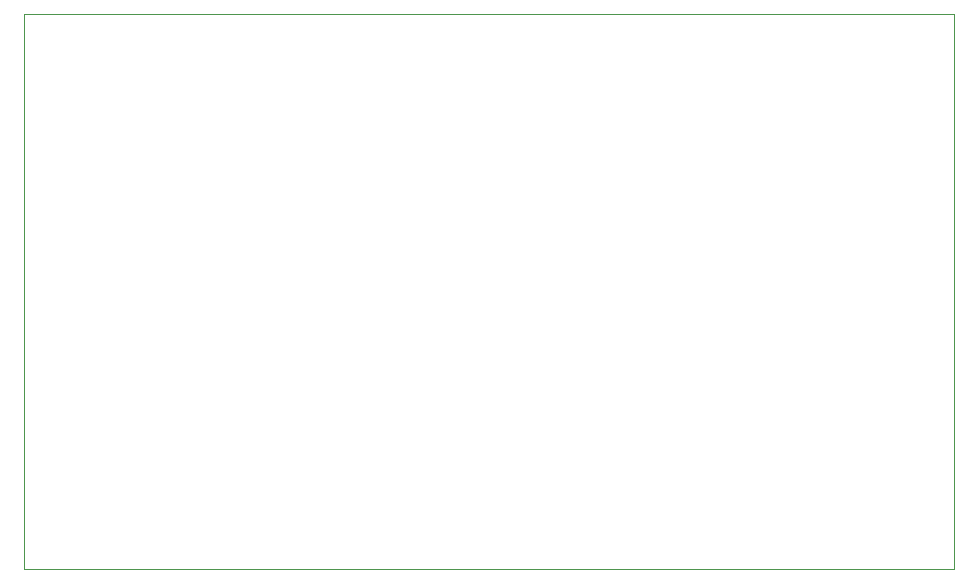
<source format=gm1>
G04 #@! TF.GenerationSoftware,KiCad,Pcbnew,(5.1.10)-1*
G04 #@! TF.CreationDate,2021-08-27T17:33:28-04:00*
G04 #@! TF.ProjectId,Coco3AppleRGB,436f636f-3341-4707-906c-655247422e6b,rev?*
G04 #@! TF.SameCoordinates,Original*
G04 #@! TF.FileFunction,Profile,NP*
%FSLAX46Y46*%
G04 Gerber Fmt 4.6, Leading zero omitted, Abs format (unit mm)*
G04 Created by KiCad (PCBNEW (5.1.10)-1) date 2021-08-27 17:33:28*
%MOMM*%
%LPD*%
G01*
G04 APERTURE LIST*
G04 #@! TA.AperFunction,Profile*
%ADD10C,0.050000*%
G04 #@! TD*
G04 APERTURE END LIST*
D10*
X124460000Y-125730000D02*
X124460000Y-78740000D01*
X45720000Y-125730000D02*
X124460000Y-125730000D01*
X45720000Y-78740000D02*
X45720000Y-125730000D01*
X124460000Y-78740000D02*
X45720000Y-78740000D01*
M02*

</source>
